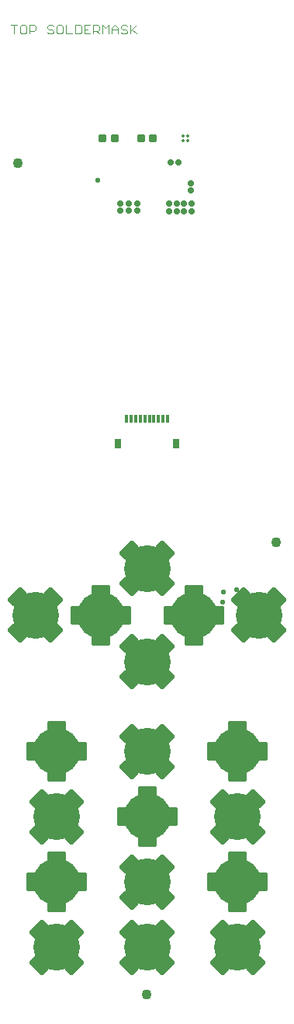
<source format=gts>
G04*
G04 #@! TF.GenerationSoftware,Altium Limited,Altium Designer,20.2.6 (244)*
G04*
G04 Layer_Color=102*
%FSLAX25Y25*%
%MOIN*%
G70*
G04*
G04 #@! TF.SameCoordinates,D103880D-7D63-4280-A8AA-78B1B6904BBD*
G04*
G04*
G04 #@! TF.FilePolarity,Negative*
G04*
G01*
G75*
%ADD11C,0.00394*%
G04:AMPARAMS|DCode=19|XSize=15.75mil|YSize=35.43mil|CornerRadius=3.45mil|HoleSize=0mil|Usage=FLASHONLY|Rotation=0.000|XOffset=0mil|YOffset=0mil|HoleType=Round|Shape=RoundedRectangle|*
%AMROUNDEDRECTD19*
21,1,0.01575,0.02854,0,0,0.0*
21,1,0.00886,0.03543,0,0,0.0*
1,1,0.00689,0.00443,-0.01427*
1,1,0.00689,-0.00443,-0.01427*
1,1,0.00689,-0.00443,0.01427*
1,1,0.00689,0.00443,0.01427*
%
%ADD19ROUNDEDRECTD19*%
G04:AMPARAMS|DCode=20|XSize=27.56mil|YSize=43.31mil|CornerRadius=4.92mil|HoleSize=0mil|Usage=FLASHONLY|Rotation=0.000|XOffset=0mil|YOffset=0mil|HoleType=Round|Shape=RoundedRectangle|*
%AMROUNDEDRECTD20*
21,1,0.02756,0.03347,0,0,0.0*
21,1,0.01772,0.04331,0,0,0.0*
1,1,0.00984,0.00886,-0.01673*
1,1,0.00984,-0.00886,-0.01673*
1,1,0.00984,-0.00886,0.01673*
1,1,0.00984,0.00886,0.01673*
%
%ADD20ROUNDEDRECTD20*%
%ADD21C,0.20079*%
G04:AMPARAMS|DCode=22|XSize=43.31mil|YSize=82.68mil|CornerRadius=6.89mil|HoleSize=0mil|Usage=FLASHONLY|Rotation=45.000|XOffset=0mil|YOffset=0mil|HoleType=Round|Shape=RoundedRectangle|*
%AMROUNDEDRECTD22*
21,1,0.04331,0.06890,0,0,45.0*
21,1,0.02953,0.08268,0,0,45.0*
1,1,0.01378,0.03480,-0.01392*
1,1,0.01378,0.01392,-0.03480*
1,1,0.01378,-0.03480,0.01392*
1,1,0.01378,-0.01392,0.03480*
%
%ADD22ROUNDEDRECTD22*%
G04:AMPARAMS|DCode=23|XSize=43.31mil|YSize=82.68mil|CornerRadius=6.89mil|HoleSize=0mil|Usage=FLASHONLY|Rotation=315.000|XOffset=0mil|YOffset=0mil|HoleType=Round|Shape=RoundedRectangle|*
%AMROUNDEDRECTD23*
21,1,0.04331,0.06890,0,0,315.0*
21,1,0.02953,0.08268,0,0,315.0*
1,1,0.01378,-0.01392,-0.03480*
1,1,0.01378,-0.03480,-0.01392*
1,1,0.01378,0.01392,0.03480*
1,1,0.01378,0.03480,0.01392*
%
%ADD23ROUNDEDRECTD23*%
%ADD24C,0.01378*%
G04:AMPARAMS|DCode=25|XSize=24.41mil|YSize=24.41mil|CornerRadius=6.06mil|HoleSize=0mil|Usage=FLASHONLY|Rotation=180.000|XOffset=0mil|YOffset=0mil|HoleType=Round|Shape=RoundedRectangle|*
%AMROUNDEDRECTD25*
21,1,0.02441,0.01228,0,0,180.0*
21,1,0.01228,0.02441,0,0,180.0*
1,1,0.01213,-0.00614,0.00614*
1,1,0.01213,0.00614,0.00614*
1,1,0.01213,0.00614,-0.00614*
1,1,0.01213,-0.00614,-0.00614*
%
%ADD25ROUNDEDRECTD25*%
%ADD26C,0.04331*%
G04:AMPARAMS|DCode=27|XSize=35.43mil|YSize=31.5mil|CornerRadius=5.41mil|HoleSize=0mil|Usage=FLASHONLY|Rotation=270.000|XOffset=0mil|YOffset=0mil|HoleType=Round|Shape=RoundedRectangle|*
%AMROUNDEDRECTD27*
21,1,0.03543,0.02067,0,0,270.0*
21,1,0.02461,0.03150,0,0,270.0*
1,1,0.01083,-0.01034,-0.01230*
1,1,0.01083,-0.01034,0.01230*
1,1,0.01083,0.01034,0.01230*
1,1,0.01083,0.01034,-0.01230*
%
%ADD27ROUNDEDRECTD27*%
G04:AMPARAMS|DCode=28|XSize=24.41mil|YSize=24.41mil|CornerRadius=6.06mil|HoleSize=0mil|Usage=FLASHONLY|Rotation=270.000|XOffset=0mil|YOffset=0mil|HoleType=Round|Shape=RoundedRectangle|*
%AMROUNDEDRECTD28*
21,1,0.02441,0.01228,0,0,270.0*
21,1,0.01228,0.02441,0,0,270.0*
1,1,0.01213,-0.00614,-0.00614*
1,1,0.01213,-0.00614,0.00614*
1,1,0.01213,0.00614,0.00614*
1,1,0.01213,0.00614,-0.00614*
%
%ADD28ROUNDEDRECTD28*%
G04:AMPARAMS|DCode=29|XSize=43.31mil|YSize=82.68mil|CornerRadius=6.89mil|HoleSize=0mil|Usage=FLASHONLY|Rotation=270.000|XOffset=0mil|YOffset=0mil|HoleType=Round|Shape=RoundedRectangle|*
%AMROUNDEDRECTD29*
21,1,0.04331,0.06890,0,0,270.0*
21,1,0.02953,0.08268,0,0,270.0*
1,1,0.01378,-0.03445,-0.01476*
1,1,0.01378,-0.03445,0.01476*
1,1,0.01378,0.03445,0.01476*
1,1,0.01378,0.03445,-0.01476*
%
%ADD29ROUNDEDRECTD29*%
G04:AMPARAMS|DCode=30|XSize=43.31mil|YSize=82.68mil|CornerRadius=6.89mil|HoleSize=0mil|Usage=FLASHONLY|Rotation=180.000|XOffset=0mil|YOffset=0mil|HoleType=Round|Shape=RoundedRectangle|*
%AMROUNDEDRECTD30*
21,1,0.04331,0.06890,0,0,180.0*
21,1,0.02953,0.08268,0,0,180.0*
1,1,0.01378,-0.01476,0.03445*
1,1,0.01378,0.01476,0.03445*
1,1,0.01378,0.01476,-0.03445*
1,1,0.01378,-0.01476,-0.03445*
%
%ADD30ROUNDEDRECTD30*%
%ADD31C,0.00394*%
%ADD32C,0.02165*%
D11*
X465929Y789791D02*
X468553D01*
X467241D01*
Y785856D01*
X471833Y789791D02*
X470521D01*
X469865Y789136D01*
Y786512D01*
X470521Y785856D01*
X471833D01*
X472489Y786512D01*
Y789136D01*
X471833Y789791D01*
X473801Y785856D02*
Y789791D01*
X475769D01*
X476425Y789136D01*
Y787824D01*
X475769Y787168D01*
X473801D01*
X484296Y789136D02*
X483640Y789791D01*
X482328D01*
X481672Y789136D01*
Y788480D01*
X482328Y787824D01*
X483640D01*
X484296Y787168D01*
Y786512D01*
X483640Y785856D01*
X482328D01*
X481672Y786512D01*
X487576Y789791D02*
X486264D01*
X485608Y789136D01*
Y786512D01*
X486264Y785856D01*
X487576D01*
X488232Y786512D01*
Y789136D01*
X487576Y789791D01*
X489544D02*
Y785856D01*
X492167D01*
X493479Y789791D02*
Y785856D01*
X495447D01*
X496103Y786512D01*
Y789136D01*
X495447Y789791D01*
X493479D01*
X500039D02*
X497415D01*
Y785856D01*
X500039D01*
X497415Y787824D02*
X498727D01*
X501351Y785856D02*
Y789791D01*
X503319D01*
X503975Y789136D01*
Y787824D01*
X503319Y787168D01*
X501351D01*
X502663D02*
X503975Y785856D01*
X505287D02*
Y789791D01*
X506599Y788480D01*
X507910Y789791D01*
Y785856D01*
X509222D02*
Y788480D01*
X510534Y789791D01*
X511846Y788480D01*
Y785856D01*
Y787824D01*
X509222D01*
X515782Y789136D02*
X515126Y789791D01*
X513814D01*
X513158Y789136D01*
Y788480D01*
X513814Y787824D01*
X515126D01*
X515782Y787168D01*
Y786512D01*
X515126Y785856D01*
X513814D01*
X513158Y786512D01*
X517094Y789791D02*
Y785856D01*
Y787168D01*
X519718Y789791D01*
X517750Y787824D01*
X519718Y785856D01*
D19*
X515547Y620801D02*
D03*
X517516D02*
D03*
X519484D02*
D03*
X521453D02*
D03*
X523421D02*
D03*
X525390D02*
D03*
X527358D02*
D03*
X529327D02*
D03*
X531295D02*
D03*
X533264D02*
D03*
D20*
X511807Y610172D02*
D03*
X537004D02*
D03*
D21*
X563306Y393902D02*
D03*
X544406Y536402D02*
D03*
X524405Y516402D02*
D03*
X504405Y536402D02*
D03*
X524405Y556402D02*
D03*
X572437Y536402D02*
D03*
X485506Y393902D02*
D03*
Y477902D02*
D03*
X524405D02*
D03*
X563306D02*
D03*
X485506Y449902D02*
D03*
X524405D02*
D03*
X563306D02*
D03*
X485506Y421902D02*
D03*
X524405D02*
D03*
X563306D02*
D03*
X476406Y536402D02*
D03*
X524405Y393902D02*
D03*
D22*
X555511Y386107D02*
D03*
X571100Y401697D02*
D03*
X532200Y524197D02*
D03*
X516611Y508607D02*
D03*
Y548607D02*
D03*
X532200Y564197D02*
D03*
X580232Y544197D02*
D03*
X564642Y528607D02*
D03*
X477711Y386107D02*
D03*
X493300Y401697D02*
D03*
X532200Y485697D02*
D03*
X516611Y470107D02*
D03*
X493300Y457697D02*
D03*
X477711Y442107D02*
D03*
X571100Y457697D02*
D03*
X555511Y442107D02*
D03*
X516611Y414107D02*
D03*
X532200Y429697D02*
D03*
X484200Y544197D02*
D03*
X468611Y528607D02*
D03*
X532200Y401697D02*
D03*
X516611Y386107D02*
D03*
D23*
X555511Y401697D02*
D03*
X571100Y386107D02*
D03*
X532200Y508607D02*
D03*
X516611Y524197D02*
D03*
X532200Y548607D02*
D03*
X516611Y564197D02*
D03*
X580232Y528607D02*
D03*
X564642Y544197D02*
D03*
X477711Y401697D02*
D03*
X493300Y386107D02*
D03*
X532200Y470107D02*
D03*
X516611Y485697D02*
D03*
X493300Y442107D02*
D03*
X477711Y457697D02*
D03*
X571100Y442107D02*
D03*
X555511Y457697D02*
D03*
X516611Y429697D02*
D03*
X532200Y414107D02*
D03*
X484200Y528607D02*
D03*
X468611Y544197D02*
D03*
X516611Y401697D02*
D03*
X532200Y386107D02*
D03*
D24*
X541890Y740018D02*
D03*
X539921D02*
D03*
X541890Y741987D02*
D03*
X539921D02*
D03*
D25*
X543303Y721837D02*
D03*
Y718530D02*
D03*
X516532Y709868D02*
D03*
Y713175D02*
D03*
X512988Y709868D02*
D03*
Y713175D02*
D03*
X540339Y709792D02*
D03*
Y713099D02*
D03*
X537189Y709792D02*
D03*
Y713099D02*
D03*
X520075Y709868D02*
D03*
Y713175D02*
D03*
X534039Y709792D02*
D03*
Y713099D02*
D03*
X543488Y709792D02*
D03*
Y713099D02*
D03*
D26*
X468894Y730420D02*
D03*
X579917Y567784D02*
D03*
X524197Y373650D02*
D03*
D27*
X510465Y741002D02*
D03*
X505346D02*
D03*
X526965D02*
D03*
X521846D02*
D03*
D28*
X537791Y730813D02*
D03*
X534484D02*
D03*
D29*
X544406Y547426D02*
D03*
Y525379D02*
D03*
X504405Y547426D02*
D03*
Y525379D02*
D03*
X485506Y488926D02*
D03*
Y466879D02*
D03*
X563306D02*
D03*
Y488926D02*
D03*
X524405Y460926D02*
D03*
Y438879D02*
D03*
X485506Y410879D02*
D03*
Y432926D02*
D03*
X563306Y410879D02*
D03*
Y432926D02*
D03*
D30*
X555429Y536402D02*
D03*
X533382D02*
D03*
X515429D02*
D03*
X493382D02*
D03*
X496529Y477902D02*
D03*
X474482D02*
D03*
X574329D02*
D03*
X552282D02*
D03*
X535429Y449902D02*
D03*
X513382D02*
D03*
X496529Y421902D02*
D03*
X474482D02*
D03*
X574329D02*
D03*
X552282D02*
D03*
D31*
X485823Y561876D02*
D03*
X495823D02*
D03*
X475823D02*
D03*
Y584376D02*
D03*
X481823Y591876D02*
D03*
X489823D02*
D03*
X495823Y584376D02*
D03*
X543906Y407902D02*
D03*
X504906D02*
D03*
D32*
X556874Y542154D02*
D03*
X562780Y547272D02*
D03*
X557327Y546485D02*
D03*
X503252Y723178D02*
D03*
M02*

</source>
